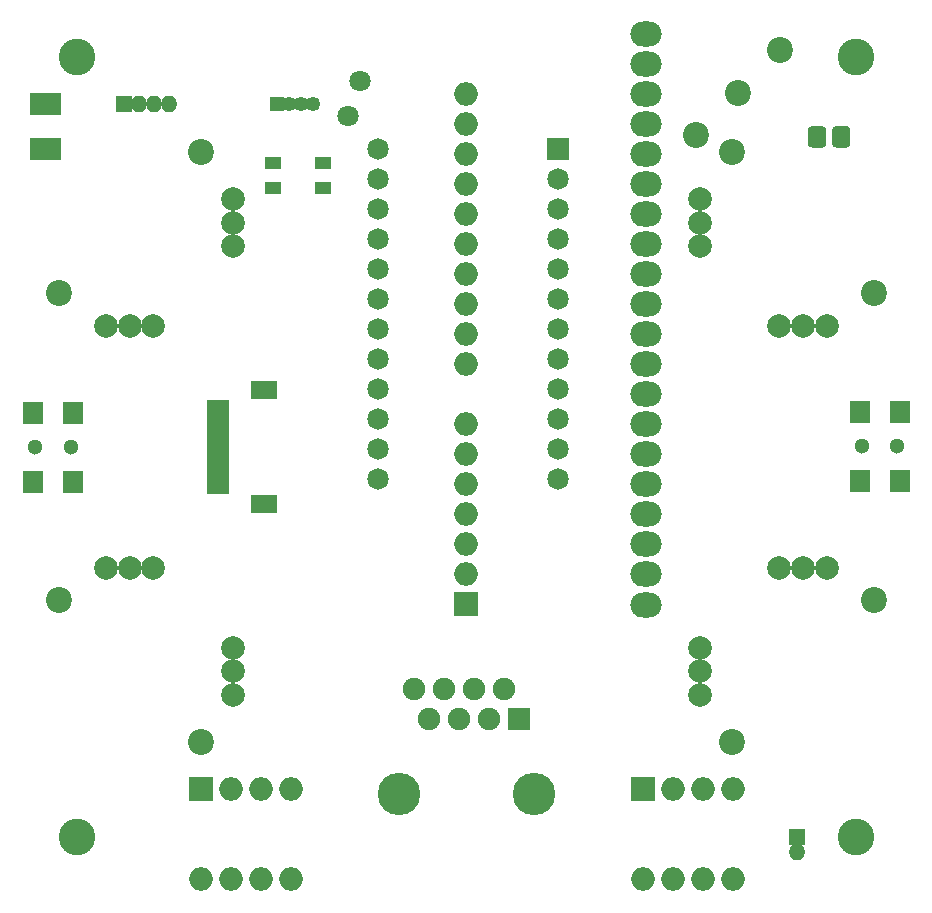
<source format=gbr>
G04 #@! TF.GenerationSoftware,KiCad,Pcbnew,(5.0.0)*
G04 #@! TF.CreationDate,2018-11-06T14:21:20+09:00*
G04 #@! TF.ProjectId,handheld_machine_back,68616E6468656C645F6D616368696E65,rev?*
G04 #@! TF.SameCoordinates,Original*
G04 #@! TF.FileFunction,Soldermask,Bot*
G04 #@! TF.FilePolarity,Negative*
%FSLAX46Y46*%
G04 Gerber Fmt 4.6, Leading zero omitted, Abs format (unit mm)*
G04 Created by KiCad (PCBNEW (5.0.0)) date 11/06/18 14:21:20*
%MOMM*%
%LPD*%
G01*
G04 APERTURE LIST*
%ADD10C,2.200000*%
%ADD11C,2.000000*%
%ADD12O,2.650000X2.127200*%
%ADD13O,2.000000X2.000000*%
%ADD14R,2.000000X2.000000*%
%ADD15C,3.100000*%
%ADD16C,1.825000*%
%ADD17R,1.825000X1.825000*%
%ADD18R,1.450000X1.050000*%
%ADD19C,1.300000*%
%ADD20R,1.800000X1.900000*%
%ADD21R,1.950000X1.000000*%
%ADD22R,2.200000X1.600000*%
%ADD23C,3.600000*%
%ADD24R,1.900000X1.900000*%
%ADD25C,1.900000*%
%ADD26R,1.400000X1.900000*%
%ADD27C,0.100000*%
%ADD28C,1.550000*%
%ADD29C,1.800000*%
%ADD30R,1.400000X1.400000*%
%ADD31O,1.400000X1.400000*%
%ADD32R,1.250000X1.250000*%
%ADD33O,1.250000X1.250000*%
G04 APERTURE END LIST*
D10*
G04 #@! TO.C,U4*
X103500000Y-125000000D03*
X115500000Y-137000000D03*
D11*
X111500000Y-122250000D03*
X109500000Y-122250000D03*
X107500000Y-122250000D03*
X118250000Y-133000000D03*
X118250000Y-131000000D03*
X118250000Y-129000000D03*
G04 #@! TD*
D10*
G04 #@! TO.C,U3*
X160500000Y-137000000D03*
X172500000Y-125000000D03*
D11*
X157750000Y-129000000D03*
X157750000Y-131000000D03*
X157750000Y-133000000D03*
X168500000Y-122250000D03*
X166500000Y-122250000D03*
X164500000Y-122250000D03*
G04 #@! TD*
D10*
G04 #@! TO.C,U2*
X172500000Y-99000000D03*
X160500000Y-87000000D03*
D11*
X164500000Y-101750000D03*
X166500000Y-101750000D03*
X168500000Y-101750000D03*
X157750000Y-91000000D03*
X157750000Y-93000000D03*
X157750000Y-95000000D03*
G04 #@! TD*
D10*
G04 #@! TO.C,U1*
X115500000Y-87000000D03*
X103500000Y-99000000D03*
D11*
X118250000Y-95000000D03*
X118250000Y-93000000D03*
X118250000Y-91000000D03*
X107500000Y-101750000D03*
X109500000Y-101750000D03*
X111500000Y-101750000D03*
G04 #@! TD*
D12*
G04 #@! TO.C,U6*
X153240000Y-125351600D03*
X153240000Y-122760800D03*
X153240000Y-120220800D03*
X153240000Y-117680800D03*
X153240000Y-115140800D03*
X153240000Y-112600800D03*
X153240000Y-110060800D03*
X153240000Y-107520800D03*
X153240000Y-104980800D03*
X153240000Y-102440800D03*
X153240000Y-99900800D03*
X153240000Y-97360800D03*
X153240000Y-94820800D03*
X153240000Y-92280800D03*
X153240000Y-89740800D03*
X153240000Y-87200800D03*
X153240000Y-84660800D03*
X153240000Y-82120800D03*
X153240000Y-79580800D03*
X153240000Y-77040800D03*
D13*
X138000000Y-82120800D03*
X138000000Y-84660800D03*
X138000000Y-87200800D03*
X138000000Y-89740800D03*
X138000000Y-92280800D03*
X138000000Y-94820800D03*
X138000000Y-97360800D03*
X138000000Y-99900800D03*
X138000000Y-102440800D03*
X138000000Y-104980800D03*
X138000000Y-110060800D03*
X138000000Y-112600800D03*
X138000000Y-115140800D03*
X138000000Y-117680800D03*
X138000000Y-120220800D03*
X138000000Y-122760800D03*
D14*
X138000000Y-125300800D03*
G04 #@! TD*
D13*
G04 #@! TO.C,SW6*
X153000000Y-148620000D03*
X160620000Y-141000000D03*
X155540000Y-148620000D03*
X158080000Y-141000000D03*
X158080000Y-148620000D03*
X155540000Y-141000000D03*
X160620000Y-148620000D03*
D14*
X153000000Y-141000000D03*
G04 #@! TD*
G04 #@! TO.C,SW5*
X115500000Y-141000000D03*
D13*
X123120000Y-148620000D03*
X118040000Y-141000000D03*
X120580000Y-148620000D03*
X120580000Y-141000000D03*
X118040000Y-148620000D03*
X123120000Y-141000000D03*
X115500000Y-148620000D03*
G04 #@! TD*
D15*
G04 #@! TO.C,MH1*
X105000000Y-79000000D03*
G04 #@! TD*
G04 #@! TO.C,MH2*
X171000000Y-79000000D03*
G04 #@! TD*
G04 #@! TO.C,MH3*
X105000000Y-145000000D03*
G04 #@! TD*
G04 #@! TO.C,MH4*
X171000000Y-145000000D03*
G04 #@! TD*
D16*
G04 #@! TO.C,IC1*
X130500000Y-86750000D03*
X130500000Y-89290000D03*
X130500000Y-91830000D03*
X130500000Y-94370000D03*
X130500000Y-96910000D03*
X130500000Y-99450000D03*
X130500000Y-101990000D03*
X130500000Y-104530000D03*
X130500000Y-107070000D03*
X130500000Y-109610000D03*
X130500000Y-112150000D03*
X130500000Y-114690000D03*
X145750000Y-114690000D03*
X145750000Y-112150000D03*
X145750000Y-109610000D03*
X145750000Y-107070000D03*
X145750000Y-104530000D03*
X145750000Y-101990000D03*
X145750000Y-99450000D03*
X145750000Y-96910000D03*
X145750000Y-94370000D03*
X145750000Y-91830000D03*
X145750000Y-89290000D03*
D17*
X145750000Y-86750000D03*
G04 #@! TD*
D18*
G04 #@! TO.C,SW1*
X121675000Y-90075000D03*
X125825000Y-90075000D03*
X121675000Y-87925000D03*
X125825000Y-87925000D03*
G04 #@! TD*
D19*
G04 #@! TO.C,SW2*
X174499635Y-111958817D03*
X171499635Y-111958817D03*
D20*
X174699635Y-114858817D03*
X171299635Y-114858817D03*
X174699635Y-109058817D03*
X171299635Y-109058817D03*
G04 #@! TD*
G04 #@! TO.C,SW3*
X104700365Y-114941183D03*
X101300365Y-114941183D03*
X104700365Y-109141183D03*
X101300365Y-109141183D03*
D19*
X104500365Y-112041183D03*
X101500365Y-112041183D03*
G04 #@! TD*
D21*
G04 #@! TO.C,J3*
X117000000Y-108500000D03*
X117000000Y-109500000D03*
X117000000Y-110500000D03*
X117000000Y-111500000D03*
X117000000Y-112500000D03*
X117000000Y-113500000D03*
X117000000Y-114500000D03*
X117000000Y-115500000D03*
D22*
X120875000Y-107200000D03*
X120875000Y-116800000D03*
G04 #@! TD*
D23*
G04 #@! TO.C,J4*
X132340000Y-141350000D03*
X143770000Y-141350000D03*
D24*
X142500000Y-135000000D03*
D25*
X141230000Y-132460000D03*
X139960000Y-135000000D03*
X138690000Y-132460000D03*
X137420000Y-135000000D03*
X136150000Y-132460000D03*
X134880000Y-135000000D03*
X133610000Y-132460000D03*
G04 #@! TD*
D26*
G04 #@! TO.C,JP1*
X103000000Y-83000000D03*
X101700000Y-83000000D03*
G04 #@! TD*
G04 #@! TO.C,JP2*
X101700000Y-86750000D03*
X103000000Y-86750000D03*
G04 #@! TD*
D27*
G04 #@! TO.C,R3*
G36*
X170221071Y-84851623D02*
X170253781Y-84856475D01*
X170285857Y-84864509D01*
X170316991Y-84875649D01*
X170346884Y-84889787D01*
X170375247Y-84906787D01*
X170401807Y-84926485D01*
X170426308Y-84948692D01*
X170448515Y-84973193D01*
X170468213Y-84999753D01*
X170485213Y-85028116D01*
X170499351Y-85058009D01*
X170510491Y-85089143D01*
X170518525Y-85121219D01*
X170523377Y-85153929D01*
X170525000Y-85186956D01*
X170525000Y-86313044D01*
X170523377Y-86346071D01*
X170518525Y-86378781D01*
X170510491Y-86410857D01*
X170499351Y-86441991D01*
X170485213Y-86471884D01*
X170468213Y-86500247D01*
X170448515Y-86526807D01*
X170426308Y-86551308D01*
X170401807Y-86573515D01*
X170375247Y-86593213D01*
X170346884Y-86610213D01*
X170316991Y-86624351D01*
X170285857Y-86635491D01*
X170253781Y-86643525D01*
X170221071Y-86648377D01*
X170188044Y-86650000D01*
X169311956Y-86650000D01*
X169278929Y-86648377D01*
X169246219Y-86643525D01*
X169214143Y-86635491D01*
X169183009Y-86624351D01*
X169153116Y-86610213D01*
X169124753Y-86593213D01*
X169098193Y-86573515D01*
X169073692Y-86551308D01*
X169051485Y-86526807D01*
X169031787Y-86500247D01*
X169014787Y-86471884D01*
X169000649Y-86441991D01*
X168989509Y-86410857D01*
X168981475Y-86378781D01*
X168976623Y-86346071D01*
X168975000Y-86313044D01*
X168975000Y-85186956D01*
X168976623Y-85153929D01*
X168981475Y-85121219D01*
X168989509Y-85089143D01*
X169000649Y-85058009D01*
X169014787Y-85028116D01*
X169031787Y-84999753D01*
X169051485Y-84973193D01*
X169073692Y-84948692D01*
X169098193Y-84926485D01*
X169124753Y-84906787D01*
X169153116Y-84889787D01*
X169183009Y-84875649D01*
X169214143Y-84864509D01*
X169246219Y-84856475D01*
X169278929Y-84851623D01*
X169311956Y-84850000D01*
X170188044Y-84850000D01*
X170221071Y-84851623D01*
X170221071Y-84851623D01*
G37*
D28*
X169750000Y-85750000D03*
D27*
G36*
X168171071Y-84851623D02*
X168203781Y-84856475D01*
X168235857Y-84864509D01*
X168266991Y-84875649D01*
X168296884Y-84889787D01*
X168325247Y-84906787D01*
X168351807Y-84926485D01*
X168376308Y-84948692D01*
X168398515Y-84973193D01*
X168418213Y-84999753D01*
X168435213Y-85028116D01*
X168449351Y-85058009D01*
X168460491Y-85089143D01*
X168468525Y-85121219D01*
X168473377Y-85153929D01*
X168475000Y-85186956D01*
X168475000Y-86313044D01*
X168473377Y-86346071D01*
X168468525Y-86378781D01*
X168460491Y-86410857D01*
X168449351Y-86441991D01*
X168435213Y-86471884D01*
X168418213Y-86500247D01*
X168398515Y-86526807D01*
X168376308Y-86551308D01*
X168351807Y-86573515D01*
X168325247Y-86593213D01*
X168296884Y-86610213D01*
X168266991Y-86624351D01*
X168235857Y-86635491D01*
X168203781Y-86643525D01*
X168171071Y-86648377D01*
X168138044Y-86650000D01*
X167261956Y-86650000D01*
X167228929Y-86648377D01*
X167196219Y-86643525D01*
X167164143Y-86635491D01*
X167133009Y-86624351D01*
X167103116Y-86610213D01*
X167074753Y-86593213D01*
X167048193Y-86573515D01*
X167023692Y-86551308D01*
X167001485Y-86526807D01*
X166981787Y-86500247D01*
X166964787Y-86471884D01*
X166950649Y-86441991D01*
X166939509Y-86410857D01*
X166931475Y-86378781D01*
X166926623Y-86346071D01*
X166925000Y-86313044D01*
X166925000Y-85186956D01*
X166926623Y-85153929D01*
X166931475Y-85121219D01*
X166939509Y-85089143D01*
X166950649Y-85058009D01*
X166964787Y-85028116D01*
X166981787Y-84999753D01*
X167001485Y-84973193D01*
X167023692Y-84948692D01*
X167048193Y-84926485D01*
X167074753Y-84906787D01*
X167103116Y-84889787D01*
X167133009Y-84875649D01*
X167164143Y-84864509D01*
X167196219Y-84856475D01*
X167228929Y-84851623D01*
X167261956Y-84850000D01*
X168138044Y-84850000D01*
X168171071Y-84851623D01*
X168171071Y-84851623D01*
G37*
D28*
X167700000Y-85750000D03*
G04 #@! TD*
D10*
G04 #@! TO.C,SW4*
X164592102Y-78407898D03*
X161000000Y-82000000D03*
X157407898Y-85592102D03*
G04 #@! TD*
D29*
G04 #@! TO.C,TP1*
X129000000Y-81000000D03*
G04 #@! TD*
G04 #@! TO.C,TP2*
X128000000Y-84000000D03*
G04 #@! TD*
D30*
G04 #@! TO.C,J5*
X109000000Y-83000000D03*
D31*
X110270000Y-83000000D03*
X111540000Y-83000000D03*
X112810000Y-83000000D03*
G04 #@! TD*
D32*
G04 #@! TO.C,J1*
X122000000Y-83000000D03*
D33*
X123000000Y-83000000D03*
X124000000Y-83000000D03*
X125000000Y-83000000D03*
G04 #@! TD*
D30*
G04 #@! TO.C,J6*
X166000000Y-145000000D03*
D31*
X166000000Y-146270000D03*
G04 #@! TD*
M02*

</source>
